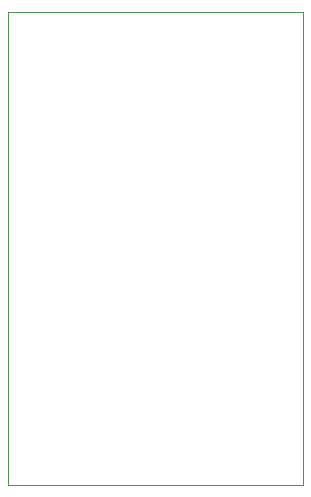
<source format=gbr>
%TF.GenerationSoftware,KiCad,Pcbnew,(7.0.0)*%
%TF.CreationDate,2023-03-04T23:02:33+00:00*%
%TF.ProjectId,VGA_ConnectorV2.kicad_pro,5647415f-436f-46e6-9e65-63746f725632,rev?*%
%TF.SameCoordinates,Original*%
%TF.FileFunction,Profile,NP*%
%FSLAX46Y46*%
G04 Gerber Fmt 4.6, Leading zero omitted, Abs format (unit mm)*
G04 Created by KiCad (PCBNEW (7.0.0)) date 2023-03-04 23:02:33*
%MOMM*%
%LPD*%
G01*
G04 APERTURE LIST*
%TA.AperFunction,Profile*%
%ADD10C,0.100000*%
%TD*%
G04 APERTURE END LIST*
D10*
X162812000Y-103309000D02*
X137812000Y-103309000D01*
X137812000Y-63309000D02*
X162812000Y-63309000D01*
X137812000Y-103309000D02*
X137812000Y-63309000D01*
X162812000Y-63309000D02*
X162812000Y-103309000D01*
M02*

</source>
